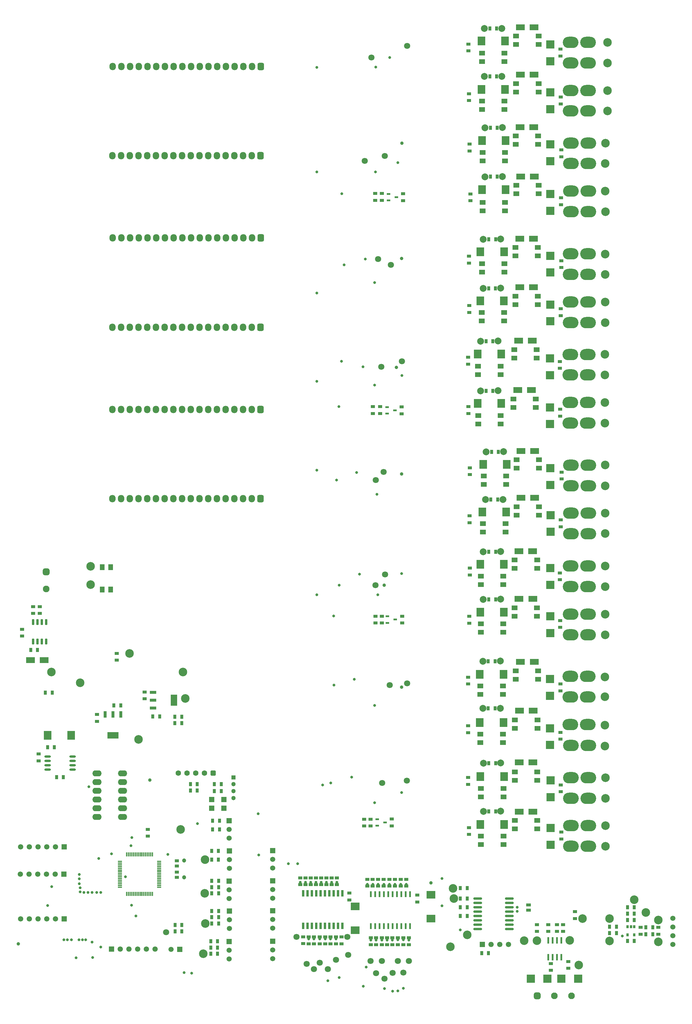
<source format=gbr>
%TF.GenerationSoftware,Altium Limited,Altium Designer,24.10.1 (45)*%
G04 Layer_Color=16711935*
%FSLAX43Y43*%
%MOMM*%
%TF.SameCoordinates,766D9AF5-BA92-4156-BEB6-FD46E2A8267A*%
%TF.FilePolarity,Negative*%
%TF.FileFunction,Soldermask,Bot*%
%TF.Part,Single*%
G01*
G75*
%TA.AperFunction,ComponentPad*%
%ADD28R,1.500X1.500*%
%ADD29C,1.500*%
%ADD30C,1.550*%
%ADD31R,1.550X1.550*%
%ADD32C,1.800*%
%ADD33O,2.700X1.750*%
%ADD34C,2.500*%
%ADD35R,1.500X1.500*%
%ADD36C,1.300*%
%ADD37R,1.300X1.300*%
%ADD38C,1.200*%
%ADD39C,1.600*%
G04:AMPARAMS|DCode=40|XSize=1.6mm|YSize=1.6mm|CornerRadius=0.4mm|HoleSize=0mm|Usage=FLASHONLY|Rotation=180.000|XOffset=0mm|YOffset=0mm|HoleType=Round|Shape=RoundedRectangle|*
%AMROUNDEDRECTD40*
21,1,1.600,0.800,0,0,180.0*
21,1,0.800,1.600,0,0,180.0*
1,1,0.800,-0.400,0.400*
1,1,0.800,0.400,0.400*
1,1,0.800,0.400,-0.400*
1,1,0.800,-0.400,-0.400*
%
%ADD40ROUNDEDRECTD40*%
%ADD41C,1.950*%
G04:AMPARAMS|DCode=42|XSize=1.95mm|YSize=1.95mm|CornerRadius=0.488mm|HoleSize=0mm|Usage=FLASHONLY|Rotation=0.000|XOffset=0mm|YOffset=0mm|HoleType=Round|Shape=RoundedRectangle|*
%AMROUNDEDRECTD42*
21,1,1.950,0.975,0,0,0.0*
21,1,0.975,1.950,0,0,0.0*
1,1,0.975,0.488,-0.488*
1,1,0.975,-0.488,-0.488*
1,1,0.975,-0.488,0.488*
1,1,0.975,0.488,0.488*
%
%ADD42ROUNDEDRECTD42*%
%ADD43O,1.905X2.159*%
G04:AMPARAMS|DCode=44|XSize=1.905mm|YSize=2.159mm|CornerRadius=0.476mm|HoleSize=0mm|Usage=FLASHONLY|Rotation=0.000|XOffset=0mm|YOffset=0mm|HoleType=Round|Shape=RoundedRectangle|*
%AMROUNDEDRECTD44*
21,1,1.905,1.206,0,0,0.0*
21,1,0.953,2.159,0,0,0.0*
1,1,0.953,0.476,-0.603*
1,1,0.953,-0.476,-0.603*
1,1,0.953,-0.476,0.603*
1,1,0.953,0.476,0.603*
%
%ADD44ROUNDEDRECTD44*%
%ADD45C,2.000*%
%ADD46O,4.572X3.302*%
G04:AMPARAMS|DCode=47|XSize=1.95mm|YSize=1.95mm|CornerRadius=0.488mm|HoleSize=0mm|Usage=FLASHONLY|Rotation=270.000|XOffset=0mm|YOffset=0mm|HoleType=Round|Shape=RoundedRectangle|*
%AMROUNDEDRECTD47*
21,1,1.950,0.975,0,0,270.0*
21,1,0.975,1.950,0,0,270.0*
1,1,0.975,-0.488,-0.488*
1,1,0.975,-0.488,0.488*
1,1,0.975,0.488,0.488*
1,1,0.975,0.488,-0.488*
%
%ADD47ROUNDEDRECTD47*%
%TA.AperFunction,ViaPad*%
%ADD48C,0.800*%
%ADD49C,1.000*%
%TA.AperFunction,SMDPad,CuDef*%
%ADD53O,1.900X0.650*%
%ADD54R,2.200X2.500*%
G04:AMPARAMS|DCode=55|XSize=0.6mm|YSize=1.9mm|CornerRadius=0.051mm|HoleSize=0mm|Usage=FLASHONLY|Rotation=0.000|XOffset=0mm|YOffset=0mm|HoleType=Round|Shape=RoundedRectangle|*
%AMROUNDEDRECTD55*
21,1,0.600,1.798,0,0,0.0*
21,1,0.498,1.900,0,0,0.0*
1,1,0.102,0.249,-0.899*
1,1,0.102,-0.249,-0.899*
1,1,0.102,-0.249,0.899*
1,1,0.102,0.249,0.899*
%
%ADD55ROUNDEDRECTD55*%
G04:AMPARAMS|DCode=56|XSize=0.55mm|YSize=1.7mm|CornerRadius=0.05mm|HoleSize=0mm|Usage=FLASHONLY|Rotation=0.000|XOffset=0mm|YOffset=0mm|HoleType=Round|Shape=RoundedRectangle|*
%AMROUNDEDRECTD56*
21,1,0.550,1.601,0,0,0.0*
21,1,0.451,1.700,0,0,0.0*
1,1,0.099,0.226,-0.800*
1,1,0.099,-0.226,-0.800*
1,1,0.099,-0.226,0.800*
1,1,0.099,0.226,0.800*
%
%ADD56ROUNDEDRECTD56*%
%ADD57R,2.500X2.200*%
%ADD58R,1.450X1.800*%
%ADD59R,1.900X0.950*%
%ADD60R,1.900X3.250*%
%ADD61R,1.350X0.950*%
%ADD62R,2.400X2.400*%
%ADD63R,0.650X0.900*%
%ADD64R,1.194X0.305*%
%ADD65R,0.305X1.194*%
%ADD66O,2.600X0.700*%
%ADD67R,1.524X1.524*%
%ADD68R,1.262X0.958*%
%ADD69R,2.400X2.400*%
%ADD70R,0.530X1.980*%
%ADD71R,1.800X1.450*%
%ADD72R,1.050X0.600*%
%ADD73R,2.500X1.700*%
%ADD74R,0.950X1.900*%
%ADD75R,3.250X1.900*%
G04:AMPARAMS|DCode=76|XSize=0.65mm|YSize=1.65mm|CornerRadius=0.049mm|HoleSize=0mm|Usage=FLASHONLY|Rotation=0.000|XOffset=0mm|YOffset=0mm|HoleType=Round|Shape=RoundedRectangle|*
%AMROUNDEDRECTD76*
21,1,0.650,1.553,0,0,0.0*
21,1,0.553,1.650,0,0,0.0*
1,1,0.098,0.276,-0.776*
1,1,0.098,-0.276,-0.776*
1,1,0.098,-0.276,0.776*
1,1,0.098,0.276,0.776*
%
%ADD76ROUNDEDRECTD76*%
%ADD91R,1.280X0.830*%
%ADD92R,0.830X1.280*%
D28*
X75555Y19790D02*
D03*
Y46190D02*
D03*
Y37375D02*
D03*
Y28705D02*
D03*
X62917Y46131D02*
D03*
X62867Y54961D02*
D03*
X62943Y28567D02*
D03*
X62842Y19667D02*
D03*
X62893Y37342D02*
D03*
D29*
X75555Y17250D02*
D03*
Y14710D02*
D03*
X45947Y17456D02*
D03*
X192275Y18900D02*
D03*
Y21440D02*
D03*
Y23980D02*
D03*
Y26520D02*
D03*
X75555Y41110D02*
D03*
Y43650D02*
D03*
Y32295D02*
D03*
Y34835D02*
D03*
Y23625D02*
D03*
Y26165D02*
D03*
X62917Y43591D02*
D03*
Y41051D02*
D03*
X62867Y52421D02*
D03*
Y49881D02*
D03*
X62943Y26027D02*
D03*
Y23487D02*
D03*
X62842Y17127D02*
D03*
Y14587D02*
D03*
X62893Y34802D02*
D03*
Y32262D02*
D03*
D30*
X139263Y18847D02*
D03*
X141803D02*
D03*
X144343D02*
D03*
X12207Y47332D02*
D03*
X9667D02*
D03*
X7127D02*
D03*
X4587D02*
D03*
X2047D02*
D03*
X31117Y17496D02*
D03*
X33657D02*
D03*
X36197D02*
D03*
X38737D02*
D03*
X41277D02*
D03*
X12242Y26332D02*
D03*
X9702D02*
D03*
X7162D02*
D03*
X4622D02*
D03*
X2082D02*
D03*
X12197Y39332D02*
D03*
X9657D02*
D03*
X7117D02*
D03*
X4577D02*
D03*
X2037D02*
D03*
D31*
X136723Y18847D02*
D03*
X14747Y47332D02*
D03*
X28577Y17496D02*
D03*
X14782Y26332D02*
D03*
X14737Y39332D02*
D03*
D32*
X108200Y8900D02*
D03*
X107875Y156600D02*
D03*
X107225Y187275D02*
D03*
X113260Y188834D02*
D03*
X105600Y154275D02*
D03*
X108303Y126725D02*
D03*
X105544Y123600D02*
D03*
X91650Y11675D02*
D03*
X82550Y21080D02*
D03*
X87600Y11650D02*
D03*
X89291Y13536D02*
D03*
X85475Y13174D02*
D03*
X104125Y14011D02*
D03*
X105675Y10500D02*
D03*
X110512Y10538D02*
D03*
X107375Y14011D02*
D03*
X112105D02*
D03*
X115250D02*
D03*
X113650Y10625D02*
D03*
X97575Y15854D02*
D03*
X97325Y21070D02*
D03*
X94000Y14350D02*
D03*
X108225Y248725D02*
D03*
X110050Y216950D02*
D03*
X106292Y218700D02*
D03*
X109675Y94450D02*
D03*
X104325Y277400D02*
D03*
X114769Y94997D02*
D03*
X114699Y66652D02*
D03*
X114815Y280779D02*
D03*
X102376Y247251D02*
D03*
X107450Y65950D02*
D03*
X44475Y22408D02*
D03*
D33*
X31828Y56037D02*
D03*
Y58577D02*
D03*
Y61117D02*
D03*
Y63657D02*
D03*
Y66197D02*
D03*
Y68737D02*
D03*
X24328D02*
D03*
Y66197D02*
D03*
Y63657D02*
D03*
Y61117D02*
D03*
Y58577D02*
D03*
Y56037D02*
D03*
D34*
X36475Y78625D02*
D03*
X22475Y123733D02*
D03*
Y129067D02*
D03*
X187993Y19638D02*
D03*
X173793Y19891D02*
D03*
X181023Y31868D02*
D03*
X173793Y26418D02*
D03*
X187993Y25998D02*
D03*
X184373Y28158D02*
D03*
X55823Y43591D02*
D03*
X48750Y52421D02*
D03*
X55948Y24951D02*
D03*
X55372Y16167D02*
D03*
X55793Y33754D02*
D03*
X148858Y20002D02*
D03*
X128125Y35198D02*
D03*
X132303Y21628D02*
D03*
X152592Y20002D02*
D03*
X164842Y12822D02*
D03*
X165876Y26412D02*
D03*
X162184Y20027D02*
D03*
X128397Y32252D02*
D03*
X127375Y18224D02*
D03*
X172433Y170854D02*
D03*
Y176854D02*
D03*
X172453Y184874D02*
D03*
Y190934D02*
D03*
X172500Y200174D02*
D03*
Y206174D02*
D03*
Y214174D02*
D03*
Y220144D02*
D03*
X173226Y261823D02*
D03*
Y267823D02*
D03*
Y275823D02*
D03*
Y281823D02*
D03*
X172592Y232498D02*
D03*
X172542Y238498D02*
D03*
X172502Y246498D02*
D03*
X172592Y252498D02*
D03*
X172574Y47455D02*
D03*
Y53465D02*
D03*
Y61445D02*
D03*
Y67465D02*
D03*
X172414Y76685D02*
D03*
Y82765D02*
D03*
Y91055D02*
D03*
Y96875D02*
D03*
X172554Y138629D02*
D03*
Y144579D02*
D03*
Y152579D02*
D03*
Y158639D02*
D03*
X172486Y109149D02*
D03*
Y115109D02*
D03*
Y123149D02*
D03*
Y129149D02*
D03*
X50111Y90534D02*
D03*
X49380Y98269D02*
D03*
X19450Y95125D02*
D03*
X11090Y98319D02*
D03*
X33830Y103699D02*
D03*
D35*
X48487Y17456D02*
D03*
D36*
X64122Y61561D02*
D03*
Y65561D02*
D03*
Y63561D02*
D03*
D37*
Y67561D02*
D03*
D38*
X49737Y43326D02*
D03*
Y38446D02*
D03*
D39*
X53122Y68807D02*
D03*
X55662D02*
D03*
X50582D02*
D03*
X48042D02*
D03*
D40*
X58202D02*
D03*
D41*
X157702Y3862D02*
D03*
X162702D02*
D03*
X9500Y122500D02*
D03*
D42*
X152702Y3862D02*
D03*
D43*
X67000Y224815D02*
D03*
X64460D02*
D03*
X59380D02*
D03*
X69540D02*
D03*
X61920D02*
D03*
X56840D02*
D03*
X54300D02*
D03*
X51760D02*
D03*
X31440D02*
D03*
X33980D02*
D03*
X41600D02*
D03*
X36520D02*
D03*
X44140D02*
D03*
X39060D02*
D03*
X46680D02*
D03*
X28900D02*
D03*
X49220D02*
D03*
X66960Y174815D02*
D03*
X64420D02*
D03*
X59340D02*
D03*
X69500D02*
D03*
X61880D02*
D03*
X56800D02*
D03*
X54260D02*
D03*
X51720D02*
D03*
X31400D02*
D03*
X33940D02*
D03*
X41560D02*
D03*
X36480D02*
D03*
X44100D02*
D03*
X39020D02*
D03*
X46640D02*
D03*
X28860D02*
D03*
X49180D02*
D03*
X66970Y198815D02*
D03*
X64430D02*
D03*
X59350D02*
D03*
X69510D02*
D03*
X61890D02*
D03*
X56810D02*
D03*
X54270D02*
D03*
X51730D02*
D03*
X31410D02*
D03*
X33950D02*
D03*
X41570D02*
D03*
X36490D02*
D03*
X44110D02*
D03*
X39030D02*
D03*
X46650D02*
D03*
X28870D02*
D03*
X49190D02*
D03*
X66910Y148815D02*
D03*
X64370D02*
D03*
X59290D02*
D03*
X69450D02*
D03*
X61830D02*
D03*
X56750D02*
D03*
X54210D02*
D03*
X51670D02*
D03*
X31350D02*
D03*
X33890D02*
D03*
X41510D02*
D03*
X36430D02*
D03*
X44050D02*
D03*
X38970D02*
D03*
X46590D02*
D03*
X28810D02*
D03*
X49130D02*
D03*
X49150Y248815D02*
D03*
X28830D02*
D03*
X46610D02*
D03*
X38990D02*
D03*
X44070D02*
D03*
X36450D02*
D03*
X41530D02*
D03*
X33910D02*
D03*
X31370D02*
D03*
X51690D02*
D03*
X54230D02*
D03*
X56770D02*
D03*
X61850D02*
D03*
X69470D02*
D03*
X59310D02*
D03*
X64390D02*
D03*
X66930D02*
D03*
X49240Y274815D02*
D03*
X28920D02*
D03*
X46700D02*
D03*
X39080D02*
D03*
X44160D02*
D03*
X36540D02*
D03*
X41620D02*
D03*
X34000D02*
D03*
X31460D02*
D03*
X51780D02*
D03*
X54320D02*
D03*
X56860D02*
D03*
X61940D02*
D03*
X69560D02*
D03*
X59400D02*
D03*
X64480D02*
D03*
X67020D02*
D03*
D44*
X72080Y224815D02*
D03*
X72040Y174815D02*
D03*
X72050Y198815D02*
D03*
X71990Y148815D02*
D03*
X72010Y248815D02*
D03*
X72100Y274815D02*
D03*
D45*
X141263Y180304D02*
D03*
X136188Y180229D02*
D03*
X141263Y194774D02*
D03*
X136188Y194699D02*
D03*
X142040Y210203D02*
D03*
X136965Y210128D02*
D03*
X142070Y224524D02*
D03*
X136995Y224449D02*
D03*
X142370Y271963D02*
D03*
X137295Y271888D02*
D03*
X142370Y285933D02*
D03*
X137295Y285858D02*
D03*
X142556Y242748D02*
D03*
X137481Y242673D02*
D03*
X142556Y257006D02*
D03*
X137481Y256931D02*
D03*
X142074Y57725D02*
D03*
X136999Y57650D02*
D03*
Y71664D02*
D03*
X142074Y71739D02*
D03*
X141914Y87735D02*
D03*
X136839Y87660D02*
D03*
X141914Y101475D02*
D03*
X136839Y101400D02*
D03*
X142674Y148609D02*
D03*
X137599Y148534D02*
D03*
X142894Y162509D02*
D03*
X137819Y162434D02*
D03*
X142056Y119499D02*
D03*
X136981Y119424D02*
D03*
X142056Y133389D02*
D03*
X136981Y133314D02*
D03*
D46*
X162393Y170854D02*
D03*
X167473D02*
D03*
X162393Y176854D02*
D03*
X167473D02*
D03*
X162393Y184854D02*
D03*
X167473D02*
D03*
X162393Y190854D02*
D03*
X167473D02*
D03*
X162460Y200174D02*
D03*
X167540D02*
D03*
X162460Y206174D02*
D03*
X167540D02*
D03*
X162460Y214174D02*
D03*
X167540D02*
D03*
X162460Y220174D02*
D03*
X167540D02*
D03*
X162450Y261823D02*
D03*
X167530D02*
D03*
X162450Y267823D02*
D03*
X167530D02*
D03*
X162450Y275823D02*
D03*
X167530D02*
D03*
X162450Y281823D02*
D03*
X167530D02*
D03*
X162502Y232498D02*
D03*
X167582D02*
D03*
X162502Y238498D02*
D03*
X167582D02*
D03*
X162502Y246498D02*
D03*
X167582D02*
D03*
X162502Y252498D02*
D03*
X167582D02*
D03*
X162534Y47465D02*
D03*
X167614D02*
D03*
X162534Y53465D02*
D03*
X167614D02*
D03*
Y61465D02*
D03*
X162534D02*
D03*
X167614Y67465D02*
D03*
X162534D02*
D03*
X162484Y76855D02*
D03*
X167564D02*
D03*
X162374Y82985D02*
D03*
X167454D02*
D03*
X162374Y90985D02*
D03*
X167454D02*
D03*
X162374Y96985D02*
D03*
X167454D02*
D03*
X162514Y138579D02*
D03*
X167594D02*
D03*
X162514Y144579D02*
D03*
X167594D02*
D03*
X162514Y152579D02*
D03*
X167594D02*
D03*
X162514Y158579D02*
D03*
X167594D02*
D03*
X162446Y109149D02*
D03*
X167526D02*
D03*
X162446Y115149D02*
D03*
X167526D02*
D03*
X162446Y123149D02*
D03*
X167526D02*
D03*
X162446Y129149D02*
D03*
X167526D02*
D03*
D47*
X9500Y127500D02*
D03*
D48*
X105275Y211800D02*
D03*
X105250Y88555D02*
D03*
Y60205D02*
D03*
X88400Y244095D02*
D03*
X105525Y244050D02*
D03*
X88400Y208795D02*
D03*
Y183013D02*
D03*
X105325Y181925D02*
D03*
X88400Y157119D02*
D03*
X105975Y150125D02*
D03*
X88400Y120808D02*
D03*
X106180Y120824D02*
D03*
X88400Y274550D02*
D03*
X124925Y30125D02*
D03*
Y38050D02*
D03*
X177493Y21294D02*
D03*
X82855Y42375D02*
D03*
X80150D02*
D03*
X146825Y29712D02*
D03*
Y28500D02*
D03*
X130303Y23115D02*
D03*
X90125Y65350D02*
D03*
X71300Y57000D02*
D03*
X93350Y114600D02*
D03*
X94900Y175625D02*
D03*
X53675Y54100D02*
D03*
X34507Y50007D02*
D03*
X95750Y237750D02*
D03*
X105625Y274603D02*
D03*
X99345Y96125D02*
D03*
X102595Y218700D02*
D03*
X113175Y127000D02*
D03*
X96375Y216950D02*
D03*
X112100Y246825D02*
D03*
X71475Y44925D02*
D03*
X34237Y47625D02*
D03*
X35700Y27175D02*
D03*
X34450Y30250D02*
D03*
X25432Y34000D02*
D03*
X49750Y10675D02*
D03*
X102875Y12250D02*
D03*
X51950Y10455D02*
D03*
X25442Y18060D02*
D03*
X22950Y19520D02*
D03*
X24300Y34000D02*
D03*
X22950D02*
D03*
X101975Y6685D02*
D03*
X108150Y5955D02*
D03*
X94950Y9175D02*
D03*
X91675Y8290D02*
D03*
X23075Y15075D02*
D03*
X18225Y14975D02*
D03*
X112105Y5317D02*
D03*
X15732Y20221D02*
D03*
X14657D02*
D03*
X16882Y20246D02*
D03*
X19410Y35400D02*
D03*
X19225Y36582D02*
D03*
Y37975D02*
D03*
Y39287D02*
D03*
X104160Y20150D02*
D03*
X110512Y5225D02*
D03*
X113650Y6075D02*
D03*
X21750Y34050D02*
D03*
X9975Y30225D02*
D03*
X11125Y35725D02*
D03*
X24850Y43925D02*
D03*
X19115Y20246D02*
D03*
X20095Y20250D02*
D03*
X21075D02*
D03*
X19425Y34175D02*
D03*
X20550Y34050D02*
D03*
X115250Y20150D02*
D03*
X113650Y20185D02*
D03*
X112105D02*
D03*
X110475Y20150D02*
D03*
X108965Y20150D02*
D03*
X107375D02*
D03*
X105705Y20150D02*
D03*
X87620Y20451D02*
D03*
X86065Y20433D02*
D03*
X89291Y20434D02*
D03*
X90896Y20433D02*
D03*
X92441D02*
D03*
X94000D02*
D03*
X92475Y65925D02*
D03*
X93470Y94500D02*
D03*
X98580Y67650D02*
D03*
X101870Y187275D02*
D03*
X113260Y184700D02*
D03*
X95670Y188877D02*
D03*
X100075Y156425D02*
D03*
X100925Y126775D02*
D03*
X94175Y154275D02*
D03*
X94930Y123600D02*
D03*
X113198Y63120D02*
D03*
X109725Y277400D02*
D03*
X21950Y64800D02*
D03*
X114534Y36420D02*
D03*
X112915D02*
D03*
X111225D02*
D03*
X109580D02*
D03*
X107970D02*
D03*
X106270Y36405D02*
D03*
X104756Y36420D02*
D03*
X103170Y36420D02*
D03*
X94320Y36961D02*
D03*
X92750D02*
D03*
X91231Y36961D02*
D03*
X89695D02*
D03*
X88195D02*
D03*
X86685D02*
D03*
X85130Y36961D02*
D03*
X83617D02*
D03*
X28575Y45275D02*
D03*
X45037Y45096D02*
D03*
X32675Y38576D02*
D03*
D49*
X121675Y36825D02*
D03*
X111650Y187125D02*
D03*
X113157Y93848D02*
D03*
X113150Y218825D02*
D03*
X113225Y252475D02*
D03*
X113150Y156000D02*
D03*
X39775Y66800D02*
D03*
X108100Y123600D02*
D03*
X1375Y19000D02*
D03*
D53*
X17218Y73647D02*
D03*
Y72377D02*
D03*
Y71107D02*
D03*
Y69837D02*
D03*
X9918Y73647D02*
D03*
Y72377D02*
D03*
Y71107D02*
D03*
Y69837D02*
D03*
D54*
X9950Y79830D02*
D03*
X16850D02*
D03*
X142213Y176564D02*
D03*
X135313D02*
D03*
X142213Y190964D02*
D03*
X135313D02*
D03*
X142990Y206483D02*
D03*
X136090D02*
D03*
X136120Y220784D02*
D03*
X143020D02*
D03*
X143320Y268143D02*
D03*
X136420D02*
D03*
X143320Y282223D02*
D03*
X136420D02*
D03*
X143492Y238868D02*
D03*
X136592D02*
D03*
X136606Y253233D02*
D03*
X143506D02*
D03*
X143024Y53805D02*
D03*
X136124D02*
D03*
X143024Y67759D02*
D03*
X136124D02*
D03*
X142864Y83535D02*
D03*
X135964D02*
D03*
X142864Y97635D02*
D03*
X135964D02*
D03*
X143624Y144895D02*
D03*
X136724D02*
D03*
X136944Y158799D02*
D03*
X143844D02*
D03*
X143006Y115734D02*
D03*
X136106D02*
D03*
X143006Y129659D02*
D03*
X136106D02*
D03*
D55*
X84460Y33775D02*
D03*
X85730D02*
D03*
X87000D02*
D03*
X88270D02*
D03*
X89540D02*
D03*
X90810D02*
D03*
X92080D02*
D03*
X93350D02*
D03*
X94620D02*
D03*
X95890D02*
D03*
X84460Y24275D02*
D03*
X85730D02*
D03*
X87000D02*
D03*
X88270D02*
D03*
X89540D02*
D03*
X90810D02*
D03*
X92080D02*
D03*
X93350D02*
D03*
X94620D02*
D03*
X95890D02*
D03*
D56*
X104160Y33500D02*
D03*
X105430D02*
D03*
X106700D02*
D03*
X107970D02*
D03*
X109240D02*
D03*
X110510D02*
D03*
X111780D02*
D03*
X113050D02*
D03*
X114320D02*
D03*
X115590D02*
D03*
X104160Y24200D02*
D03*
X105430D02*
D03*
X106700D02*
D03*
X107970D02*
D03*
X109240D02*
D03*
X110510D02*
D03*
X111780D02*
D03*
X113050D02*
D03*
X114320D02*
D03*
X115590D02*
D03*
D57*
X99625Y23025D02*
D03*
Y29925D02*
D03*
X121675Y26425D02*
D03*
Y33325D02*
D03*
D58*
X25875Y122325D02*
D03*
Y128875D02*
D03*
X28325Y122325D02*
D03*
Y128875D02*
D03*
D59*
X40660Y92359D02*
D03*
Y87759D02*
D03*
Y90059D02*
D03*
D60*
X46760D02*
D03*
D61*
X150147Y28854D02*
D03*
Y30354D02*
D03*
D62*
X156554Y152808D02*
D03*
Y157689D02*
D03*
X156433Y175434D02*
D03*
Y170553D02*
D03*
Y189724D02*
D03*
Y184843D02*
D03*
X156550Y205404D02*
D03*
Y200523D02*
D03*
X156510Y219644D02*
D03*
Y214763D02*
D03*
X156500Y267263D02*
D03*
Y262382D02*
D03*
X156490Y281223D02*
D03*
Y276342D02*
D03*
X156542Y237638D02*
D03*
Y232757D02*
D03*
Y252118D02*
D03*
Y247237D02*
D03*
X156574Y52825D02*
D03*
Y47944D02*
D03*
Y61814D02*
D03*
Y66695D02*
D03*
X156414Y81895D02*
D03*
Y77014D02*
D03*
Y96235D02*
D03*
Y91354D02*
D03*
X156584Y144039D02*
D03*
Y139158D02*
D03*
X156486Y109628D02*
D03*
Y114509D02*
D03*
X156496Y123668D02*
D03*
Y128549D02*
D03*
D63*
X180013Y24018D02*
D03*
X179063Y21618D02*
D03*
X180963D02*
D03*
Y24018D02*
D03*
X179063D02*
D03*
D64*
X42507Y41576D02*
D03*
Y42076D02*
D03*
Y42576D02*
D03*
Y37576D02*
D03*
X31007Y42576D02*
D03*
X42507Y43076D02*
D03*
Y41076D02*
D03*
Y40576D02*
D03*
Y40076D02*
D03*
Y39576D02*
D03*
Y39076D02*
D03*
Y38576D02*
D03*
Y38076D02*
D03*
Y37076D02*
D03*
Y36576D02*
D03*
Y36076D02*
D03*
Y35576D02*
D03*
X31007D02*
D03*
Y36076D02*
D03*
Y36576D02*
D03*
Y37076D02*
D03*
Y37576D02*
D03*
Y38076D02*
D03*
Y38576D02*
D03*
Y39076D02*
D03*
Y39576D02*
D03*
Y40076D02*
D03*
Y40576D02*
D03*
Y41076D02*
D03*
Y41576D02*
D03*
Y42076D02*
D03*
Y43076D02*
D03*
D65*
X35007Y45076D02*
D03*
X33507Y33576D02*
D03*
X40007Y45076D02*
D03*
X40507Y33576D02*
D03*
X40007D02*
D03*
X39507D02*
D03*
X39007D02*
D03*
X38507D02*
D03*
X38007D02*
D03*
X37507D02*
D03*
X37007D02*
D03*
X36507D02*
D03*
X36007D02*
D03*
X35507D02*
D03*
X35007D02*
D03*
X34507D02*
D03*
X34007D02*
D03*
X33007D02*
D03*
Y45076D02*
D03*
X33507D02*
D03*
X34007D02*
D03*
X34507D02*
D03*
X35507D02*
D03*
X36007D02*
D03*
X36507D02*
D03*
X37007D02*
D03*
X37507D02*
D03*
X38007D02*
D03*
X38507D02*
D03*
X39007D02*
D03*
X39507D02*
D03*
X40507D02*
D03*
D66*
X135368Y23362D02*
D03*
Y25902D02*
D03*
Y27172D02*
D03*
Y28442D02*
D03*
Y29712D02*
D03*
Y30982D02*
D03*
X144618Y23362D02*
D03*
Y24632D02*
D03*
Y25902D02*
D03*
Y27172D02*
D03*
Y28442D02*
D03*
Y29712D02*
D03*
Y30982D02*
D03*
Y32252D02*
D03*
X135368Y24632D02*
D03*
Y32252D02*
D03*
D67*
X61330Y58611D02*
D03*
X57774D02*
D03*
X61330Y61101D02*
D03*
X57774D02*
D03*
D68*
X47627Y41749D02*
D03*
Y43203D02*
D03*
Y39913D02*
D03*
Y38459D02*
D03*
D69*
X164653Y8862D02*
D03*
X159772D02*
D03*
X150806D02*
D03*
X155687D02*
D03*
D70*
X155937Y20027D02*
D03*
X157207D02*
D03*
X158477D02*
D03*
X159747D02*
D03*
Y15097D02*
D03*
X158477D02*
D03*
X157207D02*
D03*
X155937D02*
D03*
D71*
X135488Y173039D02*
D03*
X142038D02*
D03*
X135488Y170589D02*
D03*
X142038D02*
D03*
X145748Y177899D02*
D03*
X152298D02*
D03*
X145748Y175449D02*
D03*
X152298D02*
D03*
X142008Y184999D02*
D03*
X135458D02*
D03*
X142008Y187449D02*
D03*
X135458D02*
D03*
X146018Y192249D02*
D03*
X152568D02*
D03*
X146018Y189799D02*
D03*
X152568D02*
D03*
X136525Y203098D02*
D03*
X143075D02*
D03*
X136525Y200648D02*
D03*
X143075D02*
D03*
X152885Y205389D02*
D03*
X146335D02*
D03*
X152885Y207839D02*
D03*
X146335D02*
D03*
X143135Y214889D02*
D03*
X136585D02*
D03*
X143135Y217339D02*
D03*
X136585D02*
D03*
X146330Y222094D02*
D03*
X152880D02*
D03*
X146330Y219644D02*
D03*
X152880D02*
D03*
X136595Y264738D02*
D03*
X143145D02*
D03*
X136595Y262288D02*
D03*
X143145D02*
D03*
X153085Y267338D02*
D03*
X146535D02*
D03*
X153085Y269788D02*
D03*
X146535D02*
D03*
X143145Y276288D02*
D03*
X136595D02*
D03*
X143145Y278738D02*
D03*
X136595D02*
D03*
X153085Y281218D02*
D03*
X146535D02*
D03*
X153085Y283668D02*
D03*
X146535D02*
D03*
X136767Y235153D02*
D03*
X143317D02*
D03*
X136767Y232703D02*
D03*
X143317D02*
D03*
X153131Y237703D02*
D03*
X146581D02*
D03*
X153131Y240153D02*
D03*
X146581D02*
D03*
X143331Y247313D02*
D03*
X136781D02*
D03*
X143331Y249763D02*
D03*
X136781D02*
D03*
X146397Y254583D02*
D03*
X152947D02*
D03*
X146397Y252133D02*
D03*
X152947D02*
D03*
X142849Y48020D02*
D03*
X136299D02*
D03*
X142849Y50470D02*
D03*
X136299D02*
D03*
X152699Y52540D02*
D03*
X146149D02*
D03*
X152699Y54990D02*
D03*
X146149D02*
D03*
X142849Y61894D02*
D03*
X136299D02*
D03*
X142849Y64344D02*
D03*
X136299D02*
D03*
X146149Y69190D02*
D03*
X152699D02*
D03*
X146149Y66740D02*
D03*
X152699D02*
D03*
X142689Y77720D02*
D03*
X136139D02*
D03*
X142689Y80170D02*
D03*
X136139D02*
D03*
X152769Y81890D02*
D03*
X146219D02*
D03*
X152769Y84340D02*
D03*
X146219D02*
D03*
X142689Y91800D02*
D03*
X136139D02*
D03*
X142689Y94250D02*
D03*
X136139D02*
D03*
X152984Y96203D02*
D03*
X146434D02*
D03*
X152984Y98653D02*
D03*
X146434D02*
D03*
X143449Y139074D02*
D03*
X136899D02*
D03*
X143449Y141524D02*
D03*
X136899D02*
D03*
X153209Y144024D02*
D03*
X146659D02*
D03*
X153209Y146474D02*
D03*
X146659D02*
D03*
X137119Y155404D02*
D03*
X143669D02*
D03*
X137119Y152954D02*
D03*
X143669D02*
D03*
X146659Y160144D02*
D03*
X153209D02*
D03*
X146659Y157694D02*
D03*
X153209D02*
D03*
X142831Y109914D02*
D03*
X136281D02*
D03*
X142831Y112364D02*
D03*
X136281D02*
D03*
X146101Y117024D02*
D03*
X152651D02*
D03*
X146101Y114574D02*
D03*
X152651D02*
D03*
X142831Y123799D02*
D03*
X136281D02*
D03*
X142831Y126249D02*
D03*
X136281D02*
D03*
X152686Y128500D02*
D03*
X146136D02*
D03*
X152686Y130950D02*
D03*
X146136D02*
D03*
D72*
X108955Y173613D02*
D03*
Y175513D02*
D03*
X111255Y174563D02*
D03*
X109325Y235770D02*
D03*
Y237670D02*
D03*
X111625Y236720D02*
D03*
X109040Y112625D02*
D03*
Y114525D02*
D03*
X111340Y113575D02*
D03*
X106025Y53450D02*
D03*
Y55350D02*
D03*
X108325Y54400D02*
D03*
D73*
X151023Y180514D02*
D03*
X147023D02*
D03*
X151293Y194854D02*
D03*
X147293D02*
D03*
X151610Y210464D02*
D03*
X147610D02*
D03*
X151605Y224619D02*
D03*
X147605D02*
D03*
X147810Y272463D02*
D03*
X151810D02*
D03*
X147810Y286273D02*
D03*
X151810D02*
D03*
X151856Y242738D02*
D03*
X147856D02*
D03*
X147672Y257148D02*
D03*
X151672D02*
D03*
X151424Y57565D02*
D03*
X147424D02*
D03*
Y71975D02*
D03*
X151424D02*
D03*
X151524Y86985D02*
D03*
X147524D02*
D03*
X147829Y101248D02*
D03*
X151829D02*
D03*
X147934Y149059D02*
D03*
X151934D02*
D03*
X147934Y162729D02*
D03*
X151934D02*
D03*
X147406Y119609D02*
D03*
X151406D02*
D03*
X147391Y133525D02*
D03*
X151391D02*
D03*
X4980Y101709D02*
D03*
X8980D02*
D03*
D74*
X31320Y85919D02*
D03*
X26720D02*
D03*
X29020D02*
D03*
D75*
Y79819D02*
D03*
D76*
X9545Y107184D02*
D03*
X8275D02*
D03*
X7005D02*
D03*
X5735D02*
D03*
X9545Y112834D02*
D03*
X8275D02*
D03*
X7005D02*
D03*
X5735D02*
D03*
D91*
X110255Y55400D02*
D03*
Y53400D02*
D03*
X7350Y72397D02*
D03*
Y74397D02*
D03*
X104160Y18775D02*
D03*
Y20775D02*
D03*
X105705Y18775D02*
D03*
Y20775D02*
D03*
X107375Y18775D02*
D03*
Y20775D02*
D03*
X108965Y18775D02*
D03*
Y20775D02*
D03*
X110475Y18775D02*
D03*
Y20775D02*
D03*
X112105Y18775D02*
D03*
Y20775D02*
D03*
X90896Y21070D02*
D03*
Y19070D02*
D03*
X107940Y37851D02*
D03*
Y35851D02*
D03*
X106270Y37851D02*
D03*
Y35851D02*
D03*
X104725Y37851D02*
D03*
Y35851D02*
D03*
X109580Y37851D02*
D03*
Y35851D02*
D03*
X103170Y37851D02*
D03*
Y35851D02*
D03*
X111225Y37851D02*
D03*
Y35851D02*
D03*
X112915Y37851D02*
D03*
Y35851D02*
D03*
X114534Y37851D02*
D03*
Y35851D02*
D03*
X115250Y18775D02*
D03*
Y20775D02*
D03*
X113650Y18775D02*
D03*
Y20775D02*
D03*
X88195Y38275D02*
D03*
Y36275D02*
D03*
X86685Y38275D02*
D03*
Y36275D02*
D03*
X87620Y19070D02*
D03*
Y21070D02*
D03*
X86065Y19070D02*
D03*
Y21070D02*
D03*
X84490Y19075D02*
D03*
Y21075D02*
D03*
X89695Y38275D02*
D03*
Y36275D02*
D03*
X30100Y101739D02*
D03*
Y103739D02*
D03*
X2520Y108749D02*
D03*
Y110749D02*
D03*
X159464Y78685D02*
D03*
Y80685D02*
D03*
X132584Y82605D02*
D03*
Y80605D02*
D03*
X132574Y96793D02*
D03*
Y94793D02*
D03*
X133004Y143789D02*
D03*
Y141789D02*
D03*
X133222Y237678D02*
D03*
Y235678D02*
D03*
X132942Y252188D02*
D03*
Y250188D02*
D03*
X159590Y263903D02*
D03*
Y265903D02*
D03*
X159730Y216184D02*
D03*
Y218184D02*
D03*
X159333Y186824D02*
D03*
Y188824D02*
D03*
X182836Y21818D02*
D03*
Y23818D02*
D03*
X187993Y21818D02*
D03*
Y23818D02*
D03*
X39159Y50407D02*
D03*
Y52407D02*
D03*
X85130Y36275D02*
D03*
Y38275D02*
D03*
X91231Y36275D02*
D03*
Y38275D02*
D03*
X92750Y36275D02*
D03*
Y38275D02*
D03*
X161732Y13892D02*
D03*
Y11892D02*
D03*
X156662Y11292D02*
D03*
Y13292D02*
D03*
X160207Y22632D02*
D03*
Y24632D02*
D03*
X158477Y22632D02*
D03*
Y24632D02*
D03*
X155937D02*
D03*
Y22632D02*
D03*
X152592Y24632D02*
D03*
Y22632D02*
D03*
X163712Y26412D02*
D03*
Y28412D02*
D03*
X159403Y174884D02*
D03*
Y172884D02*
D03*
X159550Y204184D02*
D03*
Y202184D02*
D03*
X106937Y173643D02*
D03*
Y175643D02*
D03*
X104803D02*
D03*
Y173643D02*
D03*
X113162Y175563D02*
D03*
Y173563D02*
D03*
X94320Y38275D02*
D03*
Y36275D02*
D03*
X159500Y279873D02*
D03*
Y277873D02*
D03*
X107415Y237770D02*
D03*
Y235770D02*
D03*
X105494D02*
D03*
Y237770D02*
D03*
X159672Y236498D02*
D03*
Y234498D02*
D03*
X113561Y235720D02*
D03*
Y237720D02*
D03*
X83617Y36275D02*
D03*
Y38275D02*
D03*
X95605Y21070D02*
D03*
Y19070D02*
D03*
X159692Y250478D02*
D03*
Y248478D02*
D03*
X132623Y175654D02*
D03*
Y173654D02*
D03*
X132593Y188054D02*
D03*
Y190054D02*
D03*
X132850Y205114D02*
D03*
Y203114D02*
D03*
X132810Y217484D02*
D03*
Y219484D02*
D03*
X132770Y264883D02*
D03*
Y266883D02*
D03*
X132680Y279343D02*
D03*
Y281343D02*
D03*
X97927Y31825D02*
D03*
Y33825D02*
D03*
X117725Y31250D02*
D03*
Y33250D02*
D03*
X159714Y49585D02*
D03*
Y51585D02*
D03*
X159524Y63355D02*
D03*
Y65355D02*
D03*
X159484Y92815D02*
D03*
Y94815D02*
D03*
X159564Y142629D02*
D03*
Y140629D02*
D03*
X159854Y156549D02*
D03*
Y154549D02*
D03*
X159426Y111289D02*
D03*
Y113289D02*
D03*
X94000Y21070D02*
D03*
Y19070D02*
D03*
X92441D02*
D03*
Y21070D02*
D03*
X89255Y19070D02*
D03*
Y21070D02*
D03*
X159296Y127169D02*
D03*
Y125169D02*
D03*
X132774Y50915D02*
D03*
Y52915D02*
D03*
X132538Y67509D02*
D03*
Y65509D02*
D03*
X133064Y155839D02*
D03*
Y157839D02*
D03*
X132926Y112529D02*
D03*
Y114529D02*
D03*
X133056Y126559D02*
D03*
Y128559D02*
D03*
X113347Y114575D02*
D03*
Y112575D02*
D03*
X107370D02*
D03*
Y114575D02*
D03*
X105530Y112575D02*
D03*
Y114575D02*
D03*
X102275Y53380D02*
D03*
Y55380D02*
D03*
X104105D02*
D03*
Y53380D02*
D03*
X38270Y92459D02*
D03*
Y90459D02*
D03*
X7640Y115369D02*
D03*
Y117369D02*
D03*
X5740Y115369D02*
D03*
Y117369D02*
D03*
X24310Y83919D02*
D03*
Y85919D02*
D03*
D92*
X9925Y76330D02*
D03*
X11925D02*
D03*
X14568Y67659D02*
D03*
X12568D02*
D03*
X47035Y85247D02*
D03*
X49035D02*
D03*
X139394Y162459D02*
D03*
X141394D02*
D03*
X139056Y242697D02*
D03*
X141056D02*
D03*
X173793Y22188D02*
D03*
X175793D02*
D03*
X179013Y27838D02*
D03*
X181013D02*
D03*
X184363Y21808D02*
D03*
X186363D02*
D03*
X179013Y25998D02*
D03*
X181013D02*
D03*
X184363Y23818D02*
D03*
X186363D02*
D03*
X175793Y23998D02*
D03*
X173793D02*
D03*
X181019Y29657D02*
D03*
X179019D02*
D03*
X181013Y19891D02*
D03*
X179013D02*
D03*
X132303Y29712D02*
D03*
X130303D02*
D03*
Y35287D02*
D03*
X132303D02*
D03*
X130303Y32252D02*
D03*
X132303D02*
D03*
Y27172D02*
D03*
X130303D02*
D03*
X58087Y52421D02*
D03*
X60087D02*
D03*
X60087Y54961D02*
D03*
X58087D02*
D03*
X58552Y65561D02*
D03*
X60552D02*
D03*
X53592Y65561D02*
D03*
X51592D02*
D03*
X53592Y63711D02*
D03*
X51592D02*
D03*
X58552Y63561D02*
D03*
X60552D02*
D03*
X57823Y35552D02*
D03*
X59823D02*
D03*
X57823Y37384D02*
D03*
X59823D02*
D03*
X59826Y24951D02*
D03*
X57826D02*
D03*
X57826Y28620D02*
D03*
X59826D02*
D03*
X57826Y26832D02*
D03*
X59826D02*
D03*
X59823Y33784D02*
D03*
X57823D02*
D03*
X57757Y46131D02*
D03*
X59757D02*
D03*
X47087Y24536D02*
D03*
X49087D02*
D03*
X59757Y43591D02*
D03*
X57757D02*
D03*
X57522Y17957D02*
D03*
X59522D02*
D03*
X59511Y16147D02*
D03*
X57511D02*
D03*
X57522Y19787D02*
D03*
X59522D02*
D03*
X49087Y22696D02*
D03*
X47087D02*
D03*
X139763Y180254D02*
D03*
X137763D02*
D03*
X139763Y194724D02*
D03*
X137763D02*
D03*
X140540Y210153D02*
D03*
X138540D02*
D03*
X138570Y224473D02*
D03*
X140570D02*
D03*
X140870Y271912D02*
D03*
X138870D02*
D03*
Y285882D02*
D03*
X140870D02*
D03*
X141056Y256955D02*
D03*
X139056D02*
D03*
X140574Y57675D02*
D03*
X138574D02*
D03*
Y71689D02*
D03*
X140574D02*
D03*
X138414Y87685D02*
D03*
X140414D02*
D03*
X138414Y101425D02*
D03*
X140414D02*
D03*
X141174Y148559D02*
D03*
X139174D02*
D03*
X138556Y119449D02*
D03*
X140556D02*
D03*
X138556Y133339D02*
D03*
X140556D02*
D03*
X136498Y16325D02*
D03*
X138498D02*
D03*
X31290Y88539D02*
D03*
X29290D02*
D03*
X42630Y85339D02*
D03*
X40630D02*
D03*
X7005Y104691D02*
D03*
X5005D02*
D03*
X9300Y92302D02*
D03*
X11300D02*
D03*
X47065Y83377D02*
D03*
X49065D02*
D03*
%TF.MD5,2eec478a425c94bb9eb35f220bf18698*%
M02*

</source>
